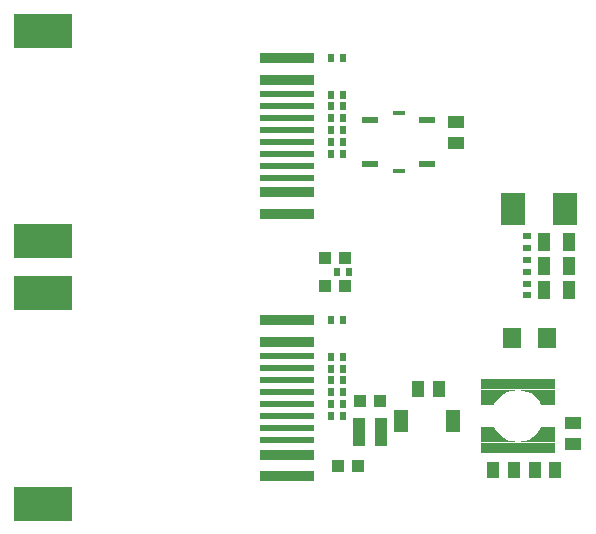
<source format=gbp>
G04 Layer_Color=128*
%FSLAX44Y44*%
%MOMM*%
G71*
G01*
G75*
%ADD10R,1.4000X1.1000*%
%ADD18R,0.6350X0.5000*%
%ADD19R,0.5000X0.6350*%
%ADD21R,1.1000X1.4000*%
%ADD22R,1.1000X1.0000*%
%ADD44R,2.1590X2.7430*%
%ADD46R,1.1000X1.5000*%
%ADD68R,1.0500X2.4000*%
%ADD69R,6.3000X0.9500*%
%ADD70R,1.0000X0.4500*%
%ADD71R,1.4000X0.6000*%
%ADD72R,4.6000X0.6100*%
%ADD73R,4.6000X0.8100*%
%ADD74R,4.9000X3.0000*%
%ADD75R,1.2000X1.9000*%
%ADD76R,1.6000X1.8000*%
G36*
X469500Y-149000D02*
X438000D01*
X443000Y-148500D01*
X447500Y-147000D01*
X451000Y-145000D01*
X455500Y-140500D01*
X457000Y-138000D01*
X458000Y-136500D01*
X469500D01*
Y-149000D01*
D02*
G37*
G36*
X419000Y-138000D02*
X421000Y-141000D01*
X425000Y-145000D01*
X427000Y-146000D01*
X429000Y-147000D01*
X431500Y-148000D01*
X433500Y-148500D01*
X438000Y-149000D01*
X406500D01*
Y-136500D01*
X418000D01*
X419000Y-138000D01*
D02*
G37*
G36*
X469500Y-117500D02*
X458000D01*
X456500Y-115000D01*
X455000Y-113000D01*
X451500Y-109500D01*
X449000Y-108000D01*
X446000Y-106500D01*
X443000Y-105500D01*
X438000Y-105000D01*
X469500D01*
Y-117500D01*
D02*
G37*
G36*
X432500Y-105500D02*
X428500Y-107000D01*
X425000Y-109000D01*
X424500Y-109500D01*
X422500Y-111000D01*
X420000Y-114000D01*
X419000Y-115500D01*
X418000Y-117500D01*
X406500D01*
Y-105000D01*
X438000D01*
X432500Y-105500D01*
D02*
G37*
D10*
X386000Y104250D02*
D03*
Y121750D02*
D03*
X485000Y-150750D02*
D03*
Y-133250D02*
D03*
D18*
X446000Y-25000D02*
D03*
Y-15000D02*
D03*
Y-5000D02*
D03*
Y5000D02*
D03*
Y15000D02*
D03*
Y25000D02*
D03*
D19*
X290000Y-46000D02*
D03*
X280000D02*
D03*
X290000Y176000D02*
D03*
X280000D02*
D03*
Y145000D02*
D03*
X290000D02*
D03*
X280000Y125000D02*
D03*
X290000D02*
D03*
X280000Y115000D02*
D03*
X290000D02*
D03*
X280000Y95000D02*
D03*
X290000D02*
D03*
X280000Y135000D02*
D03*
X290000D02*
D03*
X280000Y-117000D02*
D03*
X290000D02*
D03*
X295000Y-5000D02*
D03*
X285000D02*
D03*
X280000Y-87000D02*
D03*
X290000D02*
D03*
X280000Y-77000D02*
D03*
X290000D02*
D03*
X280000Y-97000D02*
D03*
X290000D02*
D03*
X280000Y-107000D02*
D03*
X290000D02*
D03*
X280000Y-127000D02*
D03*
X290000D02*
D03*
X280000Y105000D02*
D03*
X290000D02*
D03*
D21*
X353500Y-104000D02*
D03*
X371000D02*
D03*
X452250Y-173000D02*
D03*
X469750D02*
D03*
X434750D02*
D03*
X417250D02*
D03*
D22*
X274500Y7000D02*
D03*
X291500D02*
D03*
X291500Y-17000D02*
D03*
X274500D02*
D03*
X302500Y-169000D02*
D03*
X285500D02*
D03*
X321500Y-114000D02*
D03*
X304500D02*
D03*
D44*
X433900Y48000D02*
D03*
X478100D02*
D03*
D46*
X481500Y20000D02*
D03*
X460500D02*
D03*
X481500Y-20000D02*
D03*
X460500D02*
D03*
X481500Y-0D02*
D03*
X460500D02*
D03*
D68*
X303750Y-141000D02*
D03*
X322250D02*
D03*
D69*
X438000Y-100250D02*
D03*
Y-153750D02*
D03*
D70*
X337000Y80500D02*
D03*
Y129500D02*
D03*
D71*
X313000Y123500D02*
D03*
Y86500D02*
D03*
X361000D02*
D03*
Y123500D02*
D03*
D72*
X243000Y74300D02*
D03*
Y84500D02*
D03*
Y94700D02*
D03*
Y104900D02*
D03*
Y115100D02*
D03*
Y125300D02*
D03*
Y135500D02*
D03*
Y145700D02*
D03*
Y-147700D02*
D03*
Y-137500D02*
D03*
Y-127300D02*
D03*
Y-117100D02*
D03*
Y-106900D02*
D03*
Y-96700D02*
D03*
Y-86500D02*
D03*
Y-76300D02*
D03*
D73*
Y43900D02*
D03*
Y62300D02*
D03*
Y157700D02*
D03*
Y176100D02*
D03*
Y-178100D02*
D03*
Y-159700D02*
D03*
Y-64300D02*
D03*
Y-45900D02*
D03*
D74*
X36100Y20800D02*
D03*
Y199200D02*
D03*
Y-201200D02*
D03*
Y-22800D02*
D03*
D75*
X339000Y-131000D02*
D03*
X383000D02*
D03*
D76*
X433000Y-61000D02*
D03*
X463000D02*
D03*
M02*

</source>
